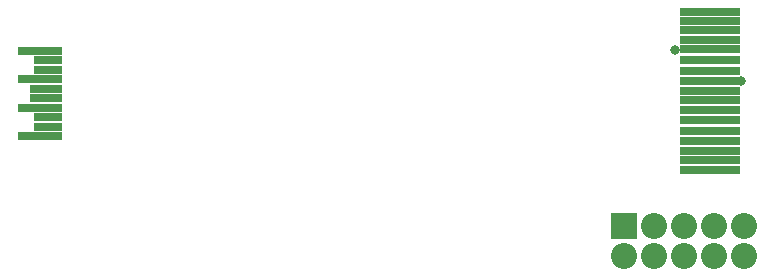
<source format=gts>
G04 Layer_Color=8388736*
%FSLAX25Y25*%
%MOIN*%
G70*
G01*
G75*
%ADD23R,0.20485X0.03162*%
%ADD24R,0.09461X0.03162*%
%ADD25R,0.11036X0.03162*%
%ADD26R,0.14579X0.03162*%
%ADD27R,0.08674X0.08674*%
%ADD28C,0.08674*%
%ADD29C,0.03200*%
D23*
X231934Y5489D02*
D03*
Y8638D02*
D03*
Y2339D02*
D03*
Y-810D02*
D03*
Y-40929D02*
D03*
Y-44078D02*
D03*
Y-37779D02*
D03*
Y-34629D02*
D03*
Y-24039D02*
D03*
Y-20889D02*
D03*
Y-14590D02*
D03*
Y-3960D02*
D03*
Y-31086D02*
D03*
Y-27543D02*
D03*
Y-17740D02*
D03*
Y-7503D02*
D03*
Y-11047D02*
D03*
D24*
X11122Y-10827D02*
D03*
Y-7677D02*
D03*
Y-26575D02*
D03*
Y-29724D02*
D03*
D25*
X10335Y-17126D02*
D03*
Y-20276D02*
D03*
D26*
X8563Y-4528D02*
D03*
Y-13976D02*
D03*
Y-23425D02*
D03*
Y-32874D02*
D03*
D27*
X203181Y-63000D02*
D03*
D28*
X213181D02*
D03*
X203181Y-73000D02*
D03*
X213181D02*
D03*
X233181Y-63000D02*
D03*
X223181D02*
D03*
X243181D02*
D03*
X233181Y-73000D02*
D03*
X223181D02*
D03*
X243181D02*
D03*
D29*
X219996Y-4041D02*
D03*
X242164Y-14409D02*
D03*
M02*

</source>
